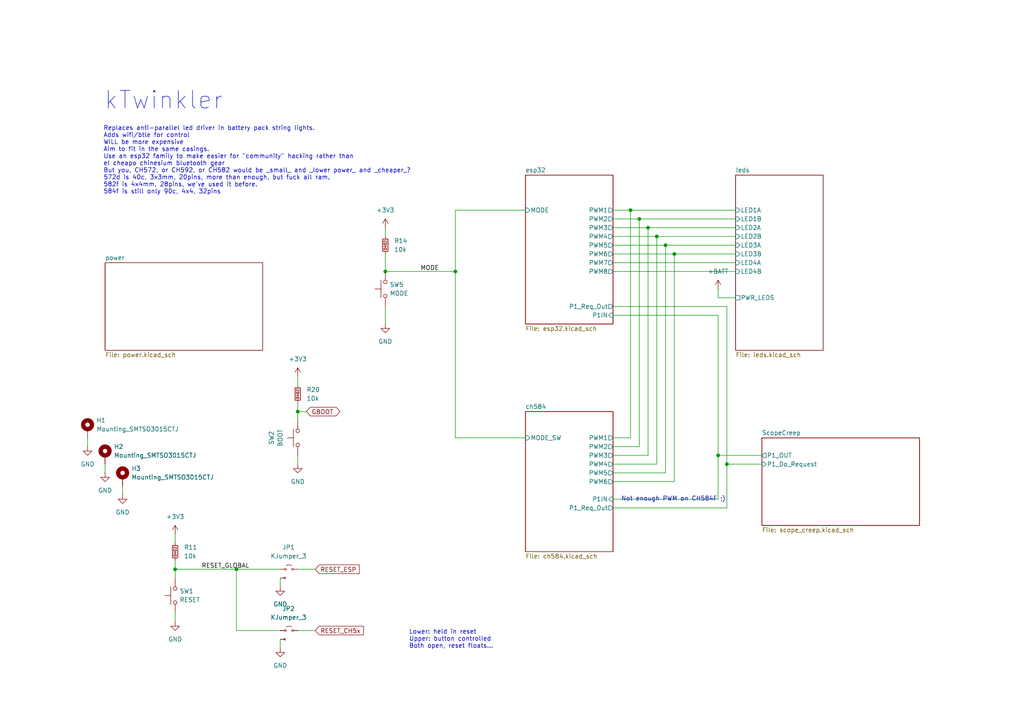
<source format=kicad_sch>
(kicad_sch (version 20250114) (generator "eeschema") (generator_version "9.0")
  (paper "A4")
  (lib_symbols
    (symbol "Switch:SW_Push" (pin_numbers (hide yes)) (pin_names (offset 1.016) (hide yes))
      (property "Reference" "SW" (at 1.27 2.54 0))
      (property "Value" "SW_Push" (at 0 -1.524 0))
      (symbol "SW_Push_0_1"
        (circle (center -2.032 0) (radius 0.508))
        (polyline (pts (xy 0 1.27) (xy 0 3.048)))
        (circle (center 2.032 0) (radius 0.508))
        (polyline (pts (xy 2.54 1.27) (xy -2.54 1.27)))
        (pin passive line (at -5.08 0 0) (length 2.54) (name "1") (number "1"))
        (pin passive line (at 5.08 0 180) (length 2.54) (name "2") (number "2"))
      )
    )
    (symbol "karl-atomic-basic:KR0402_10k" (pin_numbers (hide yes)) (pin_names (offset 0.254) (hide yes))
      (property "Reference" "R" (at 0.762 0.508 0))
      (property "Value" "10k" (at 0.762 -1.016 0))
      (symbol "KR0402_10k_0_1"
        (rectangle (start -0.762 1.778) (end 0.762 -1.778) (stroke (width 0.2032)))
      )
      (symbol "KR0402_10k_1_1"
        (text "0402" (at 0 0 900) (effects (font (size 0.762 0.762))))
        (pin passive line (at 0 2.54 270) (length 0.762) (name "~") (number "1"))
        (pin passive line (at 0 -2.54 90) (length 0.762) (name "~") (number "2"))
      )
    )
    (symbol "karl-parts:KJumper_3" (pin_numbers (hide yes)) (pin_names (offset 0) (hide yes))
      (property "Reference" "JP" (at 0 2.794 0))
      (property "Value" "KJumper_3" (at 0 -2.286 0))
      (symbol "KJumper_3_0_0"
        (circle (center -1.016 0) (radius 0.254))
        (circle (center 1.016 0) (radius 0.254))
        (circle (center 1.27 -2.54) (radius 0.254))
      )
      (symbol "KJumper_3_0_1"
        (arc (start -0.762 1.0196) (mid 0 1.2729) (end 0.762 1.0196))
      )
      (symbol "KJumper_3_1_1"
        (pin passive line (at -2.54 0 0) (length 1.27) (name "Comm") (number "2"))
        (pin passive line (at 2.54 0 180) (length 1.27) (name "A") (number "1"))
        (pin passive line (at 2.54 -2.54 180) (length 1.27) (name "B") (number "3"))
      )
    )
    (symbol "karl-parts:Mounting_SMTSO3015CTJ" (pin_numbers (hide yes)) (pin_names (offset 1.016) (hide yes)) (in_bom no)
      (property "Reference" "H" (at 0 6.35 0))
      (property "Value" "Mounting_SMTSO3015CTJ" (at 0 4.445 0))
      (symbol "Mounting_SMTSO3015CTJ_0_1"
        (circle (center 0 1.27) (radius 1.27) (stroke (width 1.27)))
      )
      (symbol "Mounting_SMTSO3015CTJ_1_1"
        (pin input line (at 0 -2.54 90) (length 2.54) (name "1") (number "1"))
      )
    )
    (symbol "power:+3V3" (power) (pin_numbers (hide yes)) (pin_names (offset 0) (hide yes))
      (property "Value" "+3V3" (at 0 3.556 0))
      (symbol "+3V3_0_1"
        (polyline (pts (xy -0.762 1.27) (xy 0 2.54)))
        (polyline (pts (xy 0 2.54) (xy 0.762 1.27)))
        (polyline (pts (xy 0 0) (xy 0 2.54)))
      )
      (symbol "+3V3_1_1"
        (pin power_in line (at 0 0 90) (length 0) (name "~") (number "1"))
      )
    )
    (symbol "power:+BATT" (power) (pin_numbers (hide yes)) (pin_names (offset 0) (hide yes))
      (property "Value" "+BATT" (at 0 3.556 0))
      (symbol "+BATT_0_1"
        (polyline (pts (xy -0.762 1.27) (xy 0 2.54)))
        (polyline (pts (xy 0 2.54) (xy 0.762 1.27)))
        (polyline (pts (xy 0 0) (xy 0 2.54)))
      )
      (symbol "+BATT_1_1"
        (pin power_in line (at 0 0 90) (length 0) (name "~") (number "1"))
      )
    )
    (symbol "power:GND" (power) (pin_numbers (hide yes)) (pin_names (offset 0) (hide yes))
      (property "Value" "GND" (at 0 -3.81 0))
      (symbol "GND_0_1"
        (polyline (pts (xy 0 0) (xy 0 -1.27) (xy 1.27 -1.27) (xy 0 -2.54) (xy -1.27 -1.27) (xy 0 -1.27)))
      )
      (symbol "GND_1_1"
        (pin power_in line (at 0 0 270) (length 0) (name "~") (number "1"))
      )
    )
  )
  (text "Not enough PWM on CH584F ;)" (at 195.326 144.78 0) (effects (font (size 1.27 1.27))))
  (text "Replaces anti-parallel led driver in battery pack string lights.\nAdds wifi/btle for control\nWILL be more expensive\nAim to fit in the same casings.\nUse an esp32 family to make easier for \"community\" hacking rather than\nel cheapo chinesium bluetooth gear\nBut you, CH572, or CH592, or CH582 would be _small_ and _lower power_ and _cheaper_?\n572d is 40c, 3x3mm, 20pins, more than enough, but fuck all ram.\n582f is 4x4mm, 28pins, we've used it before.\n584f is still only 90c, 4x4, 32pins" (at 29.972 46.482 0) (effects (font (size 1.27 1.27)) (justify left)))
  (text "Lower: held in reset\nUpper: button controlled\nBoth open, reset floats..." (at 118.618 185.42 0) (effects (font (size 1.27 1.27)) (justify left)))
  (text "kTwinkler" (at 47.498 29.21 0) (effects (font (size 5.08 5.08))))
  (junction (at 190.5 68.58))
  (junction (at 195.58 73.66))
  (junction (at 187.96 66.04))
  (junction (at 182.88 60.96))
  (junction (at 132.08 78.74))
  (junction (at 185.42 63.5))
  (junction (at 111.76 78.74))
  (junction (at 210.82 134.62))
  (junction (at 86.36 119.38))
  (junction (at 50.8 165.1))
  (junction (at 193.04 71.12))
  (junction (at 68.58 165.1))
  (junction (at 208.28 132.08))
  (wire (pts (xy 81.28 182.88) (xy 68.58 182.88)))
  (wire (pts (xy 208.28 91.44) (xy 208.28 132.08)))
  (wire (pts (xy 210.82 88.9) (xy 210.82 134.62)))
  (wire (pts (xy 187.96 132.08) (xy 187.96 66.04)))
  (wire (pts (xy 35.56 140.97) (xy 35.56 143.51)))
  (wire (pts (xy 177.8 91.44) (xy 208.28 91.44)))
  (wire (pts (xy 177.8 129.54) (xy 185.42 129.54)))
  (wire (pts (xy 177.8 88.9) (xy 210.82 88.9)))
  (wire (pts (xy 190.5 134.62) (xy 190.5 68.58)))
  (wire (pts (xy 177.8 134.62) (xy 190.5 134.62)))
  (wire (pts (xy 195.58 73.66) (xy 213.36 73.66)))
  (wire (pts (xy 111.76 66.04) (xy 111.76 68.58)))
  (wire (pts (xy 195.58 139.7) (xy 195.58 73.66)))
  (wire (pts (xy 177.8 147.32) (xy 210.82 147.32)))
  (wire (pts (xy 50.8 162.56) (xy 50.8 165.1)))
  (wire (pts (xy 86.36 119.38) (xy 86.36 121.92)))
  (wire (pts (xy 111.76 73.66) (xy 111.76 78.74)))
  (wire (pts (xy 177.8 127) (xy 182.88 127)))
  (wire (pts (xy 111.76 88.9) (xy 111.76 93.98)))
  (wire (pts (xy 177.8 76.2) (xy 213.36 76.2)))
  (wire (pts (xy 177.8 78.74) (xy 213.36 78.74)))
  (wire (pts (xy 50.8 165.1) (xy 50.8 167.64)))
  (wire (pts (xy 86.36 119.38) (xy 88.9 119.38)))
  (wire (pts (xy 177.8 132.08) (xy 187.96 132.08)))
  (wire (pts (xy 208.28 83.82) (xy 208.28 86.36)))
  (wire (pts (xy 25.4 127) (xy 25.4 129.54)))
  (wire (pts (xy 177.8 73.66) (xy 195.58 73.66)))
  (wire (pts (xy 152.4 127) (xy 132.08 127)))
  (wire (pts (xy 177.8 137.16) (xy 193.04 137.16)))
  (wire (pts (xy 50.8 177.8) (xy 50.8 180.34)))
  (wire (pts (xy 30.48 134.62) (xy 30.48 137.16)))
  (wire (pts (xy 81.28 167.64) (xy 81.28 170.18)))
  (wire (pts (xy 177.8 71.12) (xy 193.04 71.12)))
  (wire (pts (xy 177.8 60.96) (xy 182.88 60.96)))
  (wire (pts (xy 81.28 185.42) (xy 81.28 187.96)))
  (wire (pts (xy 208.28 86.36) (xy 213.36 86.36)))
  (wire (pts (xy 86.36 165.1) (xy 91.44 165.1)))
  (wire (pts (xy 132.08 60.96) (xy 132.08 78.74)))
  (wire (pts (xy 177.8 68.58) (xy 190.5 68.58)))
  (wire (pts (xy 111.76 78.74) (xy 132.08 78.74)))
  (wire (pts (xy 50.8 154.94) (xy 50.8 157.48)))
  (wire (pts (xy 132.08 127) (xy 132.08 78.74)))
  (wire (pts (xy 68.58 165.1) (xy 81.28 165.1)))
  (wire (pts (xy 68.58 182.88) (xy 68.58 165.1)))
  (wire (pts (xy 190.5 68.58) (xy 213.36 68.58)))
  (wire (pts (xy 182.88 60.96) (xy 213.36 60.96)))
  (wire (pts (xy 185.42 63.5) (xy 213.36 63.5)))
  (wire (pts (xy 177.8 63.5) (xy 185.42 63.5)))
  (wire (pts (xy 86.36 109.22) (xy 86.36 111.76)))
  (wire (pts (xy 86.36 182.88) (xy 91.44 182.88)))
  (wire (pts (xy 210.82 147.32) (xy 210.82 134.62)))
  (wire (pts (xy 187.96 66.04) (xy 213.36 66.04)))
  (wire (pts (xy 86.36 116.84) (xy 86.36 119.38)))
  (wire (pts (xy 50.8 165.1) (xy 68.58 165.1)))
  (wire (pts (xy 182.88 127) (xy 182.88 60.96)))
  (wire (pts (xy 177.8 139.7) (xy 195.58 139.7)))
  (wire (pts (xy 210.82 134.62) (xy 220.98 134.62)))
  (wire (pts (xy 86.36 132.08) (xy 86.36 134.62)))
  (wire (pts (xy 193.04 137.16) (xy 193.04 71.12)))
  (wire (pts (xy 193.04 71.12) (xy 213.36 71.12)))
  (wire (pts (xy 208.28 132.08) (xy 208.28 144.78)))
  (wire (pts (xy 177.8 66.04) (xy 187.96 66.04)))
  (wire (pts (xy 185.42 129.54) (xy 185.42 63.5)))
  (wire (pts (xy 208.28 144.78) (xy 177.8 144.78)))
  (wire (pts (xy 220.98 132.08) (xy 208.28 132.08)))
  (wire (pts (xy 152.4 60.96) (xy 132.08 60.96)))
  (label "RESET_GLOBAL" (at 58.42 165.1 0))
  (label "MODE" (at 121.92 78.74 0))
  (global_label "RESET_CH5x" (shape input) (at 91.44 182.88 0) (property "Intersheetrefs" "${INTERSHEET_REFS}" (effects (hide yes))))
  (global_label "RESET_ESP" (shape input) (at 91.44 165.1 0) (property "Intersheetrefs" "${INTERSHEET_REFS}" (effects (hide yes))))
  (global_label "GBOOT" (shape bidirectional) (at 88.9 119.38 0) (property "Intersheetrefs" "${INTERSHEET_REFS}" (effects (hide yes))))
  (symbol (lib_id "karl-atomic-basic:KR0402_10k") (at 50.8 160.02 0) (unit 1)
    (property "Reference" "R11" (at 53.34 158.7499 0) (effects (justify left)))
    (property "Value" "10k" (at 53.34 161.2899 0) (effects (justify left)))
    (property "Footprint" "Resistor_SMD:R_0402_1005Metric" (effects (hide yes)))
    (property "Description" "Resistor, 0603" (effects (hide yes)))
    (property "LCSC Part #" "C25744" (effects (hide yes)))
    (property "MPN" "0402WGF1002TCE" (effects (hide yes)))
    (property "jlcbasic" "basic" (effects (hide yes)))
  )
  (symbol (lib_id "karl-parts:Mounting_SMTSO3015CTJ") (at 35.56 138.43 0) (unit 1)
    (property "Reference" "H3" (at 38.1 135.8899 0) (effects (justify left)))
    (property "Value" "Mounting_SMTSO3015CTJ" (at 38.1 138.4299 0) (effects (justify left)))
    (property "Footprint" "jlc-extras:Mounting_SMTSO_M3" (effects (hide yes)))
    (property "Datasheet" "https://jlcpcb.com/api/file/downloadByFileSystemAccessId/8588954979927535616" (effects (hide yes)))
    (property "Description" "PCB SMT nut M3x1.5mm" (effects (hide yes)))
    (property "MPN" "SMTSO3015CTJ" (effects (hide yes)))
    (property "jlcbasic" "0" (effects (hide yes)))
    (property "LCSC Part #" "C2915632" (effects (hide yes)))
  )
  (symbol (lib_id "karl-parts:KJumper_3") (at 83.82 165.1 0) (mirror y) (unit 1)
    (property "Reference" "JP1" (at 83.693 158.75 0))
    (property "Value" "KJumper_3" (at 83.693 161.29 0))
    (property "Footprint" "Connector_PinHeader_2.54mm:PinHeader_1x03_P2.54mm_Vertical" (effects (hide yes)))
    (property "Description" "Jumper, 3-pole, small symbol, open" (effects (hide yes)))
  )
  (symbol (lib_id "power:GND") (at 111.76 93.98 0) (unit 1)
    (property "Reference" "#PWR032" (effects (hide yes)))
    (property "Value" "GND" (at 111.76 99.06 0))
    (property "Description" "Power symbol creates a global label with name \"GND\" , ground" (effects (hide yes)))
  )
  (symbol (lib_id "power:+3V3") (at 86.36 109.22 0) (unit 1)
    (property "Reference" "#PWR040" (effects (hide yes)))
    (property "Value" "+3V3" (at 86.36 104.14 0))
    (property "Description" "Power symbol creates a global label with name \"+3V3\"" (effects (hide yes)))
  )
  (symbol (lib_id "power:+BATT") (at 208.28 83.82 0) (mirror y) (unit 1)
    (property "Reference" "#PWR033" (effects (hide yes)))
    (property "Value" "+BATT" (at 208.28 78.74 0))
    (property "Description" "Power symbol creates a global label with name \"+BATT\"" (effects (hide yes)))
  )
  (symbol (lib_id "power:GND") (at 81.28 170.18 0) (unit 1)
    (property "Reference" "#PWR046" (effects (hide yes)))
    (property "Value" "GND" (at 81.28 175.26 0))
    (property "Description" "Power symbol creates a global label with name \"GND\" , ground" (effects (hide yes)))
  )
  (symbol (lib_id "Switch:SW_Push") (at 50.8 172.72 90) (unit 1)
    (property "Reference" "SW1" (at 52.07 171.4499 90) (effects (justify right)))
    (property "Value" "RESET" (at 52.07 173.9899 90) (effects (justify right)))
    (property "Footprint" "Button_Switch_SMD:SW_SPST_TL3342" (effects (hide yes)))
    (property "Description" "Push button switch, generic, two pins" (effects (hide yes)))
    (property "MPN" "TS-1187A-B-A-B" (effects (hide yes)))
    (property "jlcbasic" "basic" (effects (hide yes)))
    (property "LCSC Part #" "C318884" (effects (hide yes)))
  )
  (symbol (lib_id "power:+3V3") (at 50.8 154.94 0) (unit 1)
    (property "Reference" "#PWR027" (effects (hide yes)))
    (property "Value" "+3V3" (at 50.8 149.86 0))
    (property "Description" "Power symbol creates a global label with name \"+3V3\"" (effects (hide yes)))
  )
  (symbol (lib_id "Switch:SW_Push") (at 86.36 127 90) (unit 1)
    (property "Reference" "SW2" (at 78.74 127 0))
    (property "Value" "BOOT" (at 81.28 127 0))
    (property "Footprint" "Button_Switch_SMD:SW_SPST_TL3342" (effects (hide yes)))
    (property "Description" "Push button switch, generic, two pins" (effects (hide yes)))
    (property "MPN" "TS-1187A-B-A-B" (effects (hide yes)))
    (property "jlcbasic" "basic" (effects (hide yes)))
    (property "LCSC Part #" "C318884" (effects (hide yes)))
  )
  (symbol (lib_id "karl-atomic-basic:KR0402_10k") (at 111.76 71.12 0) (unit 1)
    (property "Reference" "R14" (at 114.3 69.8499 0) (effects (justify left)))
    (property "Value" "10k" (at 114.3 72.3899 0) (effects (justify left)))
    (property "Footprint" "Resistor_SMD:R_0402_1005Metric" (effects (hide yes)))
    (property "Description" "Resistor, 0603" (effects (hide yes)))
    (property "LCSC Part #" "C25744" (effects (hide yes)))
    (property "MPN" "0402WGF1002TCE" (effects (hide yes)))
    (property "jlcbasic" "basic" (effects (hide yes)))
  )
  (symbol (lib_id "karl-parts:Mounting_SMTSO3015CTJ") (at 30.48 132.08 0) (unit 1)
    (property "Reference" "H2" (at 33.02 129.5399 0) (effects (justify left)))
    (property "Value" "Mounting_SMTSO3015CTJ" (at 33.02 132.0799 0) (effects (justify left)))
    (property "Footprint" "jlc-extras:Mounting_SMTSO_M3" (effects (hide yes)))
    (property "Datasheet" "https://jlcpcb.com/api/file/downloadByFileSystemAccessId/8588954979927535616" (effects (hide yes)))
    (property "Description" "PCB SMT nut M3x1.5mm" (effects (hide yes)))
    (property "MPN" "SMTSO3015CTJ" (effects (hide yes)))
    (property "jlcbasic" "0" (effects (hide yes)))
    (property "LCSC Part #" "C2915632" (effects (hide yes)))
  )
  (symbol (lib_id "karl-atomic-basic:KR0402_10k") (at 86.36 114.3 0) (unit 1)
    (property "Reference" "R20" (at 88.9 113.0299 0) (effects (justify left)))
    (property "Value" "10k" (at 88.9 115.5699 0) (effects (justify left)))
    (property "Footprint" "Resistor_SMD:R_0402_1005Metric" (effects (hide yes)))
    (property "Description" "Resistor, 0603" (effects (hide yes)))
    (property "LCSC Part #" "C25744" (effects (hide yes)))
    (property "MPN" "0402WGF1002TCE" (effects (hide yes)))
    (property "jlcbasic" "basic" (effects (hide yes)))
  )
  (symbol (lib_id "power:GND") (at 25.4 129.54 0) (unit 1)
    (property "Reference" "#PWR059" (effects (hide yes)))
    (property "Value" "GND" (at 25.4 134.62 0))
    (property "Description" "Power symbol creates a global label with name \"GND\" , ground" (effects (hide yes)))
  )
  (symbol (lib_id "power:GND") (at 50.8 180.34 0) (unit 1)
    (property "Reference" "#PWR028" (effects (hide yes)))
    (property "Value" "GND" (at 50.8 185.42 0))
    (property "Description" "Power symbol creates a global label with name \"GND\" , ground" (effects (hide yes)))
  )
  (symbol (lib_id "power:+3V3") (at 111.76 66.04 0) (unit 1)
    (property "Reference" "#PWR031" (effects (hide yes)))
    (property "Value" "+3V3" (at 111.76 60.96 0))
    (property "Description" "Power symbol creates a global label with name \"+3V3\"" (effects (hide yes)))
  )
  (symbol (lib_id "karl-parts:Mounting_SMTSO3015CTJ") (at 25.4 124.46 0) (unit 1)
    (property "Reference" "H1" (at 27.94 121.9199 0) (effects (justify left)))
    (property "Value" "Mounting_SMTSO3015CTJ" (at 27.94 124.4599 0) (effects (justify left)))
    (property "Footprint" "jlc-extras:Mounting_SMTSO_M3" (effects (hide yes)))
    (property "Datasheet" "https://jlcpcb.com/api/file/downloadByFileSystemAccessId/8588954979927535616" (effects (hide yes)))
    (property "Description" "PCB SMT nut M3x1.5mm" (effects (hide yes)))
    (property "MPN" "SMTSO3015CTJ" (effects (hide yes)))
    (property "jlcbasic" "0" (effects (hide yes)))
    (property "LCSC Part #" "C2915632" (effects (hide yes)))
  )
  (symbol (lib_id "power:GND") (at 35.56 143.51 0) (unit 1)
    (property "Reference" "#PWR060" (effects (hide yes)))
    (property "Value" "GND" (at 35.56 148.59 0))
    (property "Description" "Power symbol creates a global label with name \"GND\" , ground" (effects (hide yes)))
  )
  (symbol (lib_id "power:GND") (at 86.36 134.62 0) (unit 1)
    (property "Reference" "#PWR029" (effects (hide yes)))
    (property "Value" "GND" (at 86.36 139.7 0))
    (property "Description" "Power symbol creates a global label with name \"GND\" , ground" (effects (hide yes)))
  )
  (symbol (lib_id "karl-parts:KJumper_3") (at 83.82 182.88 0) (mirror y) (unit 1)
    (property "Reference" "JP2" (at 83.693 176.53 0))
    (property "Value" "KJumper_3" (at 83.693 179.07 0))
    (property "Footprint" "Connector_PinHeader_2.54mm:PinHeader_1x03_P2.54mm_Vertical" (effects (hide yes)))
    (property "Description" "Jumper, 3-pole, small symbol, open" (effects (hide yes)))
  )
  (symbol (lib_id "Switch:SW_Push") (at 111.76 83.82 90) (unit 1)
    (property "Reference" "SW5" (at 113.03 82.5499 90) (effects (justify right)))
    (property "Value" "MODE" (at 113.03 85.0899 90) (effects (justify right)))
    (property "Footprint" "Button_Switch_SMD:SW_SPST_TL3342" (effects (hide yes)))
    (property "Description" "Push button switch, generic, two pins" (effects (hide yes)))
    (property "MPN" "TS-1187A-B-A-B" (effects (hide yes)))
    (property "jlcbasic" "basic" (effects (hide yes)))
    (property "LCSC Part #" "C318884" (effects (hide yes)))
  )
  (symbol (lib_id "power:GND") (at 30.48 137.16 0) (unit 1)
    (property "Reference" "#PWR058" (effects (hide yes)))
    (property "Value" "GND" (at 30.48 142.24 0))
    (property "Description" "Power symbol creates a global label with name \"GND\" , ground" (effects (hide yes)))
  )
  (symbol (lib_id "power:GND") (at 81.28 187.96 0) (unit 1)
    (property "Reference" "#PWR047" (effects (hide yes)))
    (property "Value" "GND" (at 81.28 193.04 0))
    (property "Description" "Power symbol creates a global label with name \"GND\" , ground" (effects (hide yes)))
  )
  (sheet (at 152.4 119.38) (size 25.4 40.64) (stroke (width 0.1524))
    (property "Sheetname" "ch584" (at 152.4 118.6684 0) (effects (justify left bottom)))
    (property "Sheetfile" "ch584.kicad_sch" (at 152.4 160.6046 0) (effects (justify left top)))
    (pin "MODE_SW" input (at 152.4 127 180))
    (pin "PWM1" output (at 177.8 127 0))
    (pin "PWM2" output (at 177.8 129.54 0))
    (pin "PWM3" output (at 177.8 132.08 0))
    (pin "PWM4" output (at 177.8 134.62 0))
    (pin "PWM5" output (at 177.8 137.16 0))
    (pin "PWM6" output (at 177.8 139.7 0))
    (pin "P1IN" input (at 177.8 144.78 0))
    (pin "P1_Req_Out" output (at 177.8 147.32 0))
  )
  (sheet (at 30.48 76.2) (size 45.72 25.4) (stroke (width 0.1524))
    (property "Sheetname" "power" (at 30.48 75.4884 0) (effects (justify left bottom)))
    (property "Sheetfile" "power.kicad_sch" (at 30.48 102.1846 0) (effects (justify left top)))
  )
  (sheet (at 220.98 127) (size 45.72 25.4) (stroke (width 0.1524))
    (property "Sheetname" "ScopeCreep" (at 220.98 126.2884 0) (effects (justify left bottom)))
    (property "Sheetfile" "scope_creep.kicad_sch" (at 220.98 152.9846 0) (effects (justify left top)))
    (pin "P1_OUT" output (at 220.98 132.08 180))
    (pin "P1_Do_Request" input (at 220.98 134.62 180))
  )
  (sheet (at 213.36 50.8) (size 25.4 50.8) (stroke (width 0.1524))
    (property "Sheetname" "leds" (at 213.36 50.0884 0) (effects (justify left bottom)))
    (property "Sheetfile" "leds.kicad_sch" (at 213.36 102.1846 0) (effects (justify left top)))
    (pin "LED1A" input (at 213.36 60.96 180))
    (pin "LED1B" input (at 213.36 63.5 180))
    (pin "LED2A" input (at 213.36 66.04 180))
    (pin "LED2B" input (at 213.36 68.58 180))
    (pin "LED3A" input (at 213.36 71.12 180))
    (pin "LED3B" input (at 213.36 73.66 180))
    (pin "LED4A" input (at 213.36 76.2 180))
    (pin "LED4B" input (at 213.36 78.74 180))
    (pin "PWR_LEDS" passive (at 213.36 86.36 180))
  )
  (sheet (at 152.4 50.8) (size 25.4 43.18) (stroke (width 0.1524))
    (property "Sheetname" "esp32" (at 152.4 50.0884 0) (effects (justify left bottom)))
    (property "Sheetfile" "esp32.kicad_sch" (at 152.4 94.5646 0) (effects (justify left top)))
    (pin "MODE" input (at 152.4 60.96 180))
    (pin "PWM1" output (at 177.8 60.96 0))
    (pin "PWM2" output (at 177.8 63.5 0))
    (pin "PWM3" output (at 177.8 66.04 0))
    (pin "PWM4" output (at 177.8 68.58 0))
    (pin "PWM5" output (at 177.8 71.12 0))
    (pin "PWM6" output (at 177.8 73.66 0))
    (pin "PWM7" output (at 177.8 76.2 0))
    (pin "PWM8" output (at 177.8 78.74 0))
    (pin "P1IN" input (at 177.8 91.44 0))
    (pin "P1_Req_Out" output (at 177.8 88.9 0))
  )
)
</source>
